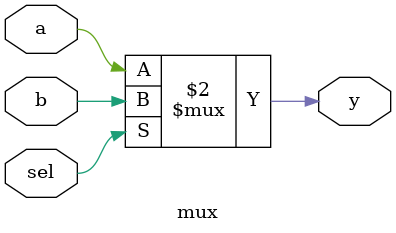
<source format=v>
module mux (
	input a,b,
	input sel,
	output y
	);

	assign y = (sel == 1'b1) ? b : a ;
  
endmodule
</source>
